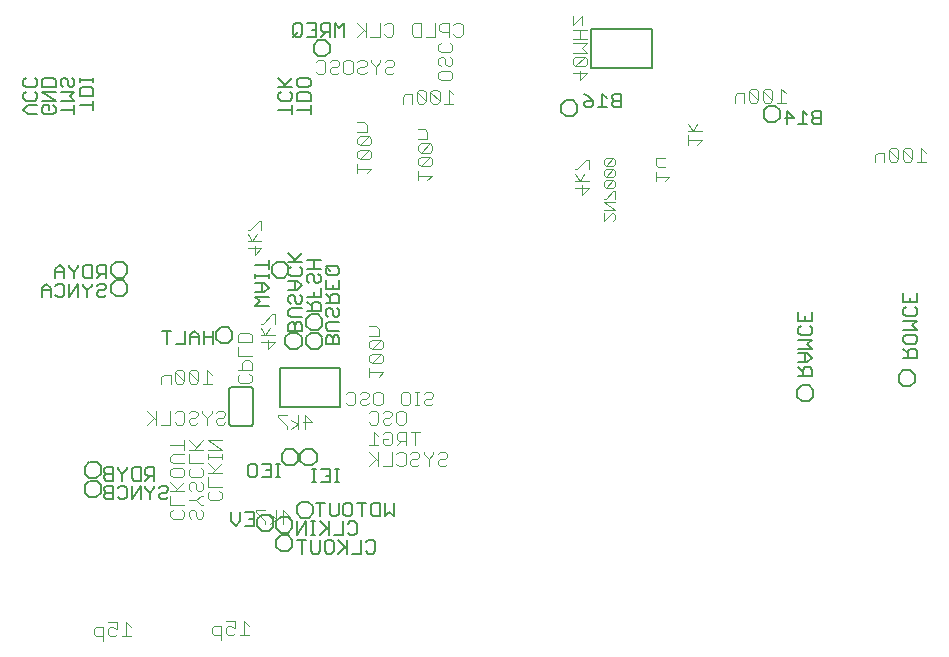
<source format=gbo>
G75*
%MOIN*%
%OFA0B0*%
%FSLAX24Y24*%
%IPPOS*%
%LPD*%
%AMOC8*
5,1,8,0,0,1.08239X$1,22.5*
%
%ADD10C,0.0040*%
%ADD11C,0.0050*%
%ADD12C,0.0060*%
%ADD13C,0.0030*%
D10*
X006915Y001859D02*
X006992Y001783D01*
X007222Y001783D01*
X007222Y001629D02*
X007222Y002089D01*
X006992Y002089D01*
X006915Y002013D01*
X006915Y001859D01*
X007375Y001859D02*
X007375Y002013D01*
X007452Y002089D01*
X007529Y002089D01*
X007682Y002013D01*
X007682Y002243D01*
X007375Y002243D01*
X007375Y001859D02*
X007452Y001783D01*
X007605Y001783D01*
X007682Y001859D01*
X007836Y001783D02*
X008143Y001783D01*
X007989Y001783D02*
X007989Y002243D01*
X008143Y002089D01*
X010846Y002050D02*
X010846Y001897D01*
X010923Y001820D01*
X011153Y001820D01*
X011153Y001667D02*
X011153Y002127D01*
X010923Y002127D01*
X010846Y002050D01*
X011306Y002050D02*
X011383Y002127D01*
X011460Y002127D01*
X011613Y002050D01*
X011613Y002280D01*
X011306Y002280D01*
X011306Y002050D02*
X011306Y001897D01*
X011383Y001820D01*
X011537Y001820D01*
X011613Y001897D01*
X011767Y001820D02*
X012074Y001820D01*
X011920Y001820D02*
X011920Y002280D01*
X012074Y002127D01*
X012611Y005533D02*
X012611Y005609D01*
X012304Y005916D01*
X012304Y005993D01*
X012611Y005993D01*
X012764Y005839D02*
X012995Y005686D01*
X012764Y005533D01*
X012995Y005533D02*
X012995Y005993D01*
X013225Y005993D02*
X013455Y005763D01*
X013148Y005763D01*
X013225Y005533D02*
X013225Y005993D01*
X011168Y006386D02*
X011091Y006309D01*
X010784Y006309D01*
X010708Y006386D01*
X010708Y006539D01*
X010784Y006616D01*
X010708Y006769D02*
X010708Y007076D01*
X010708Y007230D02*
X011168Y007230D01*
X010938Y007307D02*
X010708Y007537D01*
X010708Y007690D02*
X010708Y007844D01*
X010708Y007767D02*
X011168Y007767D01*
X011168Y007690D02*
X011168Y007844D01*
X011168Y007997D02*
X010708Y008304D01*
X011168Y008304D01*
X011168Y007997D02*
X010708Y007997D01*
X010543Y007997D02*
X010083Y007997D01*
X010236Y007997D02*
X010543Y008304D01*
X010313Y008074D02*
X010083Y008304D01*
X009918Y008304D02*
X009918Y007997D01*
X009918Y007844D02*
X009534Y007844D01*
X009458Y007767D01*
X009458Y007613D01*
X009534Y007537D01*
X009918Y007537D01*
X010083Y007537D02*
X010083Y007844D01*
X010083Y007537D02*
X010543Y007537D01*
X010466Y007383D02*
X010543Y007307D01*
X010543Y007153D01*
X010466Y007076D01*
X010159Y007076D01*
X010083Y007153D01*
X010083Y007307D01*
X010159Y007383D01*
X009918Y007307D02*
X009918Y007153D01*
X009841Y007076D01*
X009534Y007076D01*
X009458Y007153D01*
X009458Y007307D01*
X009534Y007383D01*
X009841Y007383D01*
X009918Y007307D01*
X009918Y006923D02*
X009611Y006616D01*
X009688Y006693D02*
X009458Y006923D01*
X009458Y006616D02*
X009918Y006616D01*
X010083Y006693D02*
X010083Y006846D01*
X010159Y006923D01*
X010236Y006923D01*
X010313Y006846D01*
X010313Y006693D01*
X010389Y006616D01*
X010466Y006616D01*
X010543Y006693D01*
X010543Y006846D01*
X010466Y006923D01*
X010708Y006769D02*
X011168Y006769D01*
X011091Y006616D02*
X011168Y006539D01*
X011168Y006386D01*
X010543Y006462D02*
X010466Y006462D01*
X010313Y006309D01*
X010083Y006309D01*
X009918Y006156D02*
X009458Y006156D01*
X009458Y006462D01*
X009534Y006002D02*
X009458Y005925D01*
X009458Y005772D01*
X009534Y005695D01*
X009841Y005695D01*
X009918Y005772D01*
X009918Y005925D01*
X009841Y006002D01*
X010083Y005925D02*
X010083Y005772D01*
X010159Y005695D01*
X010313Y005772D02*
X010313Y005925D01*
X010236Y006002D01*
X010159Y006002D01*
X010083Y005925D01*
X010313Y005772D02*
X010389Y005695D01*
X010466Y005695D01*
X010543Y005772D01*
X010543Y005925D01*
X010466Y006002D01*
X010466Y006156D02*
X010313Y006309D01*
X010466Y006156D02*
X010543Y006156D01*
X010159Y006616D02*
X010083Y006693D01*
X010861Y007230D02*
X011168Y007537D01*
X009918Y008151D02*
X009458Y008151D01*
X009451Y008833D02*
X009144Y008833D01*
X008991Y008833D02*
X008991Y009293D01*
X008914Y009063D02*
X008684Y008833D01*
X008991Y008986D02*
X008684Y009293D01*
X009451Y009293D02*
X009451Y008833D01*
X009604Y008909D02*
X009681Y008833D01*
X009835Y008833D01*
X009911Y008909D01*
X009911Y009216D01*
X009835Y009293D01*
X009681Y009293D01*
X009604Y009216D01*
X010065Y009216D02*
X010142Y009293D01*
X010295Y009293D01*
X010372Y009216D01*
X010372Y009139D01*
X010295Y009063D01*
X010142Y009063D01*
X010065Y008986D01*
X010065Y008909D01*
X010142Y008833D01*
X010295Y008833D01*
X010372Y008909D01*
X010679Y008833D02*
X010679Y009063D01*
X010525Y009216D01*
X010525Y009293D01*
X010679Y009063D02*
X010832Y009216D01*
X010832Y009293D01*
X010986Y009216D02*
X011062Y009293D01*
X011216Y009293D01*
X011293Y009216D01*
X011293Y009139D01*
X011216Y009063D01*
X011062Y009063D01*
X010986Y008986D01*
X010986Y008909D01*
X011062Y008833D01*
X011216Y008833D01*
X011293Y008909D01*
X013033Y009079D02*
X013340Y008772D01*
X013340Y008695D01*
X013494Y008695D02*
X013724Y008848D01*
X013494Y009002D01*
X013340Y009155D02*
X013033Y009155D01*
X013033Y009079D01*
X013724Y009155D02*
X013724Y008695D01*
X013954Y008695D02*
X013954Y009155D01*
X014184Y008925D01*
X013878Y008925D01*
X015302Y009550D02*
X015379Y009473D01*
X015533Y009473D01*
X015609Y009550D01*
X015609Y009857D01*
X015533Y009933D01*
X015379Y009933D01*
X015302Y009857D01*
X015763Y009857D02*
X015839Y009933D01*
X015993Y009933D01*
X016070Y009857D01*
X016070Y009780D01*
X015993Y009703D01*
X015839Y009703D01*
X015763Y009626D01*
X015763Y009550D01*
X015839Y009473D01*
X015993Y009473D01*
X016070Y009550D01*
X016223Y009550D02*
X016223Y009857D01*
X016300Y009933D01*
X016453Y009933D01*
X016530Y009857D01*
X016530Y009550D01*
X016453Y009473D01*
X016300Y009473D01*
X016223Y009550D01*
X016148Y009293D02*
X016301Y009293D01*
X016378Y009216D01*
X016378Y008909D01*
X016301Y008833D01*
X016148Y008833D01*
X016071Y008909D01*
X016237Y008599D02*
X016237Y008138D01*
X016390Y008138D02*
X016083Y008138D01*
X016071Y007918D02*
X016378Y007611D01*
X016301Y007688D02*
X016071Y007458D01*
X016378Y007458D02*
X016378Y007918D01*
X016621Y008138D02*
X016544Y008215D01*
X016544Y008368D01*
X016697Y008368D01*
X016851Y008215D02*
X016774Y008138D01*
X016621Y008138D01*
X016851Y008215D02*
X016851Y008522D01*
X016774Y008599D01*
X016621Y008599D01*
X016544Y008522D01*
X016390Y008445D02*
X016237Y008599D01*
X016531Y008909D02*
X016608Y008833D01*
X016762Y008833D01*
X016838Y008909D01*
X016992Y008909D02*
X016992Y009216D01*
X017068Y009293D01*
X017222Y009293D01*
X017299Y009216D01*
X017299Y008909D01*
X017222Y008833D01*
X017068Y008833D01*
X016992Y008909D01*
X016838Y009139D02*
X016762Y009063D01*
X016608Y009063D01*
X016531Y008986D01*
X016531Y008909D01*
X016838Y009139D02*
X016838Y009216D01*
X016762Y009293D01*
X016608Y009293D01*
X016531Y009216D01*
X016148Y009293D02*
X016071Y009216D01*
X017144Y009550D02*
X017144Y009857D01*
X017221Y009933D01*
X017374Y009933D01*
X017451Y009857D01*
X017451Y009550D01*
X017374Y009473D01*
X017221Y009473D01*
X017144Y009550D01*
X017604Y009473D02*
X017758Y009473D01*
X017681Y009473D02*
X017681Y009933D01*
X017758Y009933D02*
X017604Y009933D01*
X017911Y009857D02*
X017988Y009933D01*
X018141Y009933D01*
X018218Y009857D01*
X018218Y009780D01*
X018141Y009703D01*
X017988Y009703D01*
X017911Y009626D01*
X017911Y009550D01*
X017988Y009473D01*
X018141Y009473D01*
X018218Y009550D01*
X017772Y008599D02*
X017465Y008599D01*
X017618Y008599D02*
X017618Y008138D01*
X017682Y007918D02*
X017759Y007841D01*
X017759Y007764D01*
X017682Y007688D01*
X017529Y007688D01*
X017452Y007611D01*
X017452Y007534D01*
X017529Y007458D01*
X017682Y007458D01*
X017759Y007534D01*
X018066Y007458D02*
X018066Y007688D01*
X017913Y007841D01*
X017913Y007918D01*
X017682Y007918D02*
X017529Y007918D01*
X017452Y007841D01*
X017299Y007841D02*
X017299Y007534D01*
X017222Y007458D01*
X017068Y007458D01*
X016992Y007534D01*
X016838Y007458D02*
X016531Y007458D01*
X016838Y007458D02*
X016838Y007918D01*
X016992Y007841D02*
X017068Y007918D01*
X017222Y007918D01*
X017299Y007841D01*
X017311Y008138D02*
X017311Y008599D01*
X017081Y008599D01*
X017004Y008522D01*
X017004Y008368D01*
X017081Y008292D01*
X017311Y008292D01*
X017158Y008292D02*
X017004Y008138D01*
X018066Y007688D02*
X018219Y007841D01*
X018219Y007918D01*
X018373Y007841D02*
X018450Y007918D01*
X018603Y007918D01*
X018680Y007841D01*
X018680Y007764D01*
X018603Y007688D01*
X018450Y007688D01*
X018373Y007611D01*
X018373Y007534D01*
X018450Y007458D01*
X018603Y007458D01*
X018680Y007534D01*
X016402Y010420D02*
X016555Y010573D01*
X016095Y010573D01*
X016095Y010420D02*
X016095Y010727D01*
X016172Y010880D02*
X016479Y011187D01*
X016172Y011187D01*
X016095Y011111D01*
X016095Y010957D01*
X016172Y010880D01*
X016479Y010880D01*
X016555Y010957D01*
X016555Y011111D01*
X016479Y011187D01*
X016479Y011341D02*
X016172Y011341D01*
X016479Y011648D01*
X016172Y011648D01*
X016095Y011571D01*
X016095Y011418D01*
X016172Y011341D01*
X016479Y011341D02*
X016555Y011418D01*
X016555Y011571D01*
X016479Y011648D01*
X016402Y011801D02*
X016095Y011801D01*
X016402Y011801D02*
X016402Y012031D01*
X016325Y012108D01*
X016095Y012108D01*
X012930Y012202D02*
X012930Y012508D01*
X012854Y012508D01*
X012547Y012202D01*
X012470Y012202D01*
X012470Y012048D02*
X012623Y011818D01*
X012777Y012048D01*
X012930Y011818D02*
X012470Y011818D01*
X012470Y011588D02*
X012930Y011588D01*
X012700Y011358D01*
X012700Y011664D01*
X012168Y011589D02*
X012168Y011819D01*
X012091Y011896D01*
X011784Y011896D01*
X011708Y011819D01*
X011708Y011589D01*
X012168Y011589D01*
X011708Y011435D02*
X011708Y011128D01*
X012168Y011128D01*
X012091Y010975D02*
X011938Y010975D01*
X011861Y010898D01*
X011861Y010668D01*
X011708Y010668D02*
X012168Y010668D01*
X012168Y010898D01*
X012091Y010975D01*
X012091Y010514D02*
X012168Y010438D01*
X012168Y010284D01*
X012091Y010208D01*
X011784Y010208D01*
X011708Y010284D01*
X011708Y010438D01*
X011784Y010514D01*
X010847Y010502D02*
X010693Y010655D01*
X010693Y010195D01*
X010540Y010195D02*
X010847Y010195D01*
X010386Y010272D02*
X010079Y010579D01*
X010079Y010272D01*
X010156Y010195D01*
X010309Y010195D01*
X010386Y010272D01*
X010386Y010579D01*
X010309Y010655D01*
X010156Y010655D01*
X010079Y010579D01*
X009926Y010579D02*
X009849Y010655D01*
X009696Y010655D01*
X009619Y010579D01*
X009926Y010272D01*
X009849Y010195D01*
X009696Y010195D01*
X009619Y010272D01*
X009619Y010579D01*
X009465Y010502D02*
X009235Y010502D01*
X009158Y010425D01*
X009158Y010195D01*
X009465Y010195D02*
X009465Y010502D01*
X009926Y010579D02*
X009926Y010272D01*
X012263Y014483D02*
X012263Y014789D01*
X012186Y014943D02*
X012339Y015173D01*
X012493Y015327D02*
X012493Y015633D01*
X012416Y015633D01*
X012109Y015327D01*
X012033Y015327D01*
X012033Y015173D02*
X012186Y014943D01*
X012033Y014943D02*
X012493Y014943D01*
X012493Y014713D02*
X012033Y014713D01*
X012263Y014483D02*
X012493Y014713D01*
X015695Y017216D02*
X015695Y017523D01*
X015695Y017369D02*
X016155Y017369D01*
X016002Y017216D01*
X016079Y017676D02*
X015772Y017676D01*
X016079Y017983D01*
X015772Y017983D01*
X015695Y017907D01*
X015695Y017753D01*
X015772Y017676D01*
X016079Y017676D02*
X016155Y017753D01*
X016155Y017907D01*
X016079Y017983D01*
X016079Y018137D02*
X015772Y018137D01*
X016079Y018444D01*
X015772Y018444D01*
X015695Y018367D01*
X015695Y018213D01*
X015772Y018137D01*
X016079Y018137D02*
X016155Y018213D01*
X016155Y018367D01*
X016079Y018444D01*
X016002Y018597D02*
X015695Y018597D01*
X016002Y018597D02*
X016002Y018827D01*
X015925Y018904D01*
X015695Y018904D01*
X017204Y019533D02*
X017204Y019763D01*
X017281Y019839D01*
X017511Y019839D01*
X017511Y019533D01*
X017665Y019609D02*
X017742Y019533D01*
X017895Y019533D01*
X017972Y019609D01*
X017665Y019916D01*
X017665Y019609D01*
X017972Y019609D02*
X017972Y019916D01*
X017895Y019993D01*
X017742Y019993D01*
X017665Y019916D01*
X018125Y019916D02*
X018125Y019609D01*
X018202Y019533D01*
X018355Y019533D01*
X018432Y019609D01*
X018125Y019916D01*
X018202Y019993D01*
X018355Y019993D01*
X018432Y019916D01*
X018432Y019609D01*
X018586Y019533D02*
X018893Y019533D01*
X018739Y019533D02*
X018739Y019993D01*
X018893Y019839D01*
X018779Y020326D02*
X018472Y020326D01*
X018395Y020403D01*
X018395Y020557D01*
X018472Y020633D01*
X018779Y020633D01*
X018855Y020557D01*
X018855Y020403D01*
X018779Y020326D01*
X018779Y020787D02*
X018702Y020787D01*
X018625Y020863D01*
X018625Y021017D01*
X018548Y021094D01*
X018472Y021094D01*
X018395Y021017D01*
X018395Y020863D01*
X018472Y020787D01*
X018779Y020787D02*
X018855Y020863D01*
X018855Y021017D01*
X018779Y021094D01*
X018779Y021247D02*
X018472Y021247D01*
X018395Y021324D01*
X018395Y021477D01*
X018472Y021554D01*
X018276Y021770D02*
X017969Y021770D01*
X017815Y021770D02*
X017585Y021770D01*
X017508Y021847D01*
X017508Y022154D01*
X017585Y022230D01*
X017815Y022230D01*
X017815Y021770D01*
X018276Y021770D02*
X018276Y022230D01*
X018429Y022154D02*
X018429Y022000D01*
X018506Y021923D01*
X018736Y021923D01*
X018736Y021770D02*
X018736Y022230D01*
X018506Y022230D01*
X018429Y022154D01*
X018890Y022154D02*
X018966Y022230D01*
X019120Y022230D01*
X019197Y022154D01*
X019197Y021847D01*
X019120Y021770D01*
X018966Y021770D01*
X018890Y021847D01*
X018779Y021554D02*
X018855Y021477D01*
X018855Y021324D01*
X018779Y021247D01*
X016918Y020904D02*
X016918Y020827D01*
X016841Y020750D01*
X016687Y020750D01*
X016611Y020673D01*
X016611Y020597D01*
X016687Y020520D01*
X016841Y020520D01*
X016918Y020597D01*
X016918Y020904D02*
X016841Y020980D01*
X016687Y020980D01*
X016611Y020904D01*
X016457Y020904D02*
X016304Y020750D01*
X016304Y020520D01*
X016304Y020750D02*
X016150Y020904D01*
X016150Y020980D01*
X015997Y020904D02*
X015997Y020827D01*
X015920Y020750D01*
X015767Y020750D01*
X015690Y020673D01*
X015690Y020597D01*
X015767Y020520D01*
X015920Y020520D01*
X015997Y020597D01*
X015997Y020904D02*
X015920Y020980D01*
X015767Y020980D01*
X015690Y020904D01*
X015536Y020904D02*
X015536Y020597D01*
X015460Y020520D01*
X015306Y020520D01*
X015229Y020597D01*
X015229Y020904D01*
X015306Y020980D01*
X015460Y020980D01*
X015536Y020904D01*
X015076Y020904D02*
X014999Y020980D01*
X014846Y020980D01*
X014769Y020904D01*
X014616Y020904D02*
X014616Y020597D01*
X014539Y020520D01*
X014385Y020520D01*
X014309Y020597D01*
X014309Y020904D02*
X014385Y020980D01*
X014539Y020980D01*
X014616Y020904D01*
X014846Y020750D02*
X014769Y020673D01*
X014769Y020597D01*
X014846Y020520D01*
X014999Y020520D01*
X015076Y020597D01*
X014999Y020750D02*
X014846Y020750D01*
X014999Y020750D02*
X015076Y020827D01*
X015076Y020904D01*
X015667Y021770D02*
X015897Y022000D01*
X015974Y021923D02*
X015667Y022230D01*
X015974Y022230D02*
X015974Y021770D01*
X016127Y021770D02*
X016434Y021770D01*
X016434Y022230D01*
X016588Y022154D02*
X016664Y022230D01*
X016818Y022230D01*
X016895Y022154D01*
X016895Y021847D01*
X016818Y021770D01*
X016664Y021770D01*
X016588Y021847D01*
X016457Y020980D02*
X016457Y020904D01*
X017720Y018671D02*
X017950Y018671D01*
X018027Y018594D01*
X018027Y018364D01*
X017720Y018364D01*
X017797Y018210D02*
X017720Y018133D01*
X017720Y017980D01*
X017797Y017903D01*
X018104Y018210D01*
X017797Y018210D01*
X018104Y018210D02*
X018180Y018133D01*
X018180Y017980D01*
X018104Y017903D01*
X017797Y017903D01*
X017797Y017750D02*
X017720Y017673D01*
X017720Y017520D01*
X017797Y017443D01*
X018104Y017750D01*
X017797Y017750D01*
X018104Y017750D02*
X018180Y017673D01*
X018180Y017520D01*
X018104Y017443D01*
X017797Y017443D01*
X017720Y017289D02*
X017720Y016983D01*
X017720Y017136D02*
X018180Y017136D01*
X018027Y016983D01*
X022945Y016963D02*
X023405Y016963D01*
X023405Y016733D02*
X023175Y016503D01*
X023175Y016810D01*
X023098Y016963D02*
X023252Y017194D01*
X023405Y017347D02*
X023405Y017654D01*
X023329Y017654D01*
X023022Y017347D01*
X022945Y017347D01*
X022945Y017194D02*
X023098Y016963D01*
X022945Y016733D02*
X023405Y016733D01*
X025633Y016949D02*
X025633Y017256D01*
X025633Y017103D02*
X026093Y017103D01*
X025939Y016949D01*
X025939Y017410D02*
X025709Y017410D01*
X025633Y017486D01*
X025633Y017717D01*
X025939Y017717D01*
X026720Y018170D02*
X026720Y018477D01*
X026720Y018630D02*
X027180Y018630D01*
X027027Y018861D02*
X026873Y018630D01*
X026720Y018861D01*
X026720Y018323D02*
X027180Y018323D01*
X027027Y018170D01*
X028283Y019570D02*
X028283Y019800D01*
X028360Y019877D01*
X028590Y019877D01*
X028590Y019570D01*
X028744Y019647D02*
X028821Y019570D01*
X028974Y019570D01*
X029051Y019647D01*
X028744Y019954D01*
X028744Y019647D01*
X028744Y019954D02*
X028821Y020030D01*
X028974Y020030D01*
X029051Y019954D01*
X029051Y019647D01*
X029204Y019647D02*
X029281Y019570D01*
X029434Y019570D01*
X029511Y019647D01*
X029204Y019954D01*
X029204Y019647D01*
X029204Y019954D02*
X029281Y020030D01*
X029434Y020030D01*
X029511Y019954D01*
X029511Y019647D01*
X029665Y019570D02*
X029972Y019570D01*
X029818Y019570D02*
X029818Y020030D01*
X029972Y019877D01*
X032954Y017825D02*
X033031Y017902D01*
X033261Y017902D01*
X033261Y017595D01*
X033415Y017672D02*
X033492Y017595D01*
X033645Y017595D01*
X033722Y017672D01*
X033415Y017979D01*
X033415Y017672D01*
X033415Y017979D02*
X033492Y018055D01*
X033645Y018055D01*
X033722Y017979D01*
X033722Y017672D01*
X033875Y017672D02*
X033952Y017595D01*
X034105Y017595D01*
X034182Y017672D01*
X033875Y017979D01*
X033875Y017672D01*
X033875Y017979D02*
X033952Y018055D01*
X034105Y018055D01*
X034182Y017979D01*
X034182Y017672D01*
X034336Y017595D02*
X034643Y017595D01*
X034489Y017595D02*
X034489Y018055D01*
X034643Y017902D01*
X032954Y017825D02*
X032954Y017595D01*
X023340Y020544D02*
X023110Y020314D01*
X023110Y020621D01*
X023263Y020774D02*
X022956Y020774D01*
X023263Y021081D01*
X022956Y021081D01*
X022880Y021004D01*
X022880Y020851D01*
X022956Y020774D01*
X022880Y020544D02*
X023340Y020544D01*
X023263Y020774D02*
X023340Y020851D01*
X023340Y021004D01*
X023263Y021081D01*
X023340Y021235D02*
X022880Y021235D01*
X022880Y021542D02*
X023340Y021542D01*
X023186Y021388D01*
X023340Y021235D01*
X023340Y021695D02*
X022880Y021695D01*
X023110Y021695D02*
X023110Y022002D01*
X023186Y022155D02*
X023186Y022462D01*
X022880Y022155D01*
X022880Y022462D01*
X022880Y022002D02*
X023340Y022002D01*
D11*
X023496Y022025D02*
X023496Y020706D01*
X025524Y020706D01*
X025524Y022025D01*
X023496Y022025D01*
X023243Y019855D02*
X023393Y019780D01*
X023543Y019630D01*
X023318Y019630D01*
X023243Y019555D01*
X023243Y019480D01*
X023318Y019405D01*
X023468Y019405D01*
X023543Y019480D01*
X023543Y019630D01*
X023703Y019405D02*
X024003Y019405D01*
X023853Y019405D02*
X023853Y019855D01*
X024003Y019705D01*
X024163Y019705D02*
X024163Y019780D01*
X024238Y019855D01*
X024464Y019855D01*
X024464Y019405D01*
X024238Y019405D01*
X024163Y019480D01*
X024163Y019555D01*
X024238Y019630D01*
X024464Y019630D01*
X024238Y019630D02*
X024163Y019705D01*
X029930Y019068D02*
X030230Y019068D01*
X030005Y019293D01*
X030005Y018843D01*
X030391Y018843D02*
X030691Y018843D01*
X030541Y018843D02*
X030541Y019293D01*
X030691Y019143D01*
X030851Y019143D02*
X030926Y019068D01*
X031151Y019068D01*
X031151Y018843D02*
X031151Y019293D01*
X030926Y019293D01*
X030851Y019218D01*
X030851Y019143D01*
X030926Y019068D02*
X030851Y018993D01*
X030851Y018918D01*
X030926Y018843D01*
X031151Y018843D01*
X033895Y013212D02*
X033895Y012912D01*
X034345Y012912D01*
X034345Y013212D01*
X034120Y013062D02*
X034120Y012912D01*
X033970Y012751D02*
X033895Y012676D01*
X033895Y012526D01*
X033970Y012451D01*
X034270Y012451D01*
X034345Y012526D01*
X034345Y012676D01*
X034270Y012751D01*
X034345Y012291D02*
X033895Y012291D01*
X033895Y011991D02*
X034345Y011991D01*
X034195Y012141D01*
X034345Y012291D01*
X034270Y011831D02*
X033970Y011831D01*
X033895Y011756D01*
X033895Y011605D01*
X033970Y011530D01*
X034270Y011530D01*
X034345Y011605D01*
X034345Y011756D01*
X034270Y011831D01*
X034270Y011370D02*
X034120Y011370D01*
X034045Y011295D01*
X034045Y011070D01*
X033895Y011070D02*
X034345Y011070D01*
X034345Y011295D01*
X034270Y011370D01*
X034045Y011220D02*
X033895Y011370D01*
X030845Y011366D02*
X030695Y011516D01*
X030845Y011666D01*
X030395Y011666D01*
X030470Y011826D02*
X030395Y011901D01*
X030395Y012051D01*
X030470Y012126D01*
X030395Y012287D02*
X030395Y012587D01*
X030620Y012437D02*
X030620Y012287D01*
X030770Y012126D02*
X030845Y012051D01*
X030845Y011901D01*
X030770Y011826D01*
X030470Y011826D01*
X030395Y011366D02*
X030845Y011366D01*
X030695Y011206D02*
X030395Y011206D01*
X030620Y011206D02*
X030620Y010905D01*
X030695Y010905D02*
X030845Y011056D01*
X030695Y011206D01*
X030695Y010905D02*
X030395Y010905D01*
X030395Y010745D02*
X030545Y010595D01*
X030545Y010670D02*
X030545Y010445D01*
X030395Y010445D02*
X030845Y010445D01*
X030845Y010670D01*
X030770Y010745D01*
X030620Y010745D01*
X030545Y010670D01*
X030395Y012287D02*
X030845Y012287D01*
X030845Y012587D01*
X016907Y006230D02*
X016907Y005780D01*
X016757Y005930D01*
X016607Y005780D01*
X016607Y006230D01*
X016447Y006230D02*
X016222Y006230D01*
X016147Y006155D01*
X016147Y005855D01*
X016222Y005780D01*
X016447Y005780D01*
X016447Y006230D01*
X015987Y006230D02*
X015686Y006230D01*
X015836Y006230D02*
X015836Y005780D01*
X015593Y005605D02*
X015443Y005605D01*
X015368Y005530D01*
X015208Y005605D02*
X015208Y005155D01*
X014908Y005155D01*
X014748Y005155D02*
X014748Y005605D01*
X014841Y005780D02*
X014766Y005855D01*
X014766Y006230D01*
X014605Y006230D02*
X014305Y006230D01*
X014455Y006230D02*
X014455Y005780D01*
X014447Y005605D02*
X014748Y005305D01*
X014673Y005380D02*
X014447Y005155D01*
X014287Y005155D02*
X014137Y005155D01*
X014212Y005155D02*
X014212Y005605D01*
X014287Y005605D02*
X014137Y005605D01*
X013980Y005605D02*
X013680Y005155D01*
X013680Y005605D01*
X013980Y005605D02*
X013980Y005155D01*
X013980Y004980D02*
X013680Y004980D01*
X013830Y004980D02*
X013830Y004530D01*
X014141Y004605D02*
X014141Y004980D01*
X014441Y004980D02*
X014441Y004605D01*
X014366Y004530D01*
X014216Y004530D01*
X014141Y004605D01*
X014601Y004605D02*
X014601Y004905D01*
X014676Y004980D01*
X014826Y004980D01*
X014901Y004905D01*
X014901Y004605D01*
X014826Y004530D01*
X014676Y004530D01*
X014601Y004605D01*
X015061Y004530D02*
X015287Y004755D01*
X015362Y004680D02*
X015061Y004980D01*
X015362Y004980D02*
X015362Y004530D01*
X015522Y004530D02*
X015822Y004530D01*
X015822Y004980D01*
X015982Y004905D02*
X016057Y004980D01*
X016207Y004980D01*
X016282Y004905D01*
X016282Y004605D01*
X016207Y004530D01*
X016057Y004530D01*
X015982Y004605D01*
X015593Y005155D02*
X015443Y005155D01*
X015368Y005230D01*
X015593Y005155D02*
X015669Y005230D01*
X015669Y005530D01*
X015593Y005605D01*
X015451Y005780D02*
X015301Y005780D01*
X015226Y005855D01*
X015226Y006155D01*
X015301Y006230D01*
X015451Y006230D01*
X015526Y006155D01*
X015526Y005855D01*
X015451Y005780D01*
X015066Y005855D02*
X014991Y005780D01*
X014841Y005780D01*
X015066Y005855D02*
X015066Y006230D01*
X015094Y006905D02*
X014944Y006905D01*
X015019Y006905D02*
X015019Y007355D01*
X015094Y007355D02*
X014944Y007355D01*
X014787Y007355D02*
X014787Y006905D01*
X014487Y006905D01*
X014327Y006905D02*
X014177Y006905D01*
X014252Y006905D02*
X014252Y007355D01*
X014327Y007355D02*
X014177Y007355D01*
X014487Y007355D02*
X014787Y007355D01*
X014787Y007130D02*
X014637Y007130D01*
X013118Y007083D02*
X012967Y007083D01*
X013042Y007083D02*
X013042Y007533D01*
X012967Y007533D02*
X013118Y007533D01*
X012811Y007533D02*
X012811Y007083D01*
X012510Y007083D01*
X012350Y007158D02*
X012275Y007083D01*
X012125Y007083D01*
X012050Y007158D01*
X012050Y007458D01*
X012125Y007533D01*
X012275Y007533D01*
X012350Y007458D01*
X012350Y007158D01*
X012660Y007308D02*
X012811Y007308D01*
X012811Y007533D02*
X012510Y007533D01*
X012243Y005908D02*
X012243Y005458D01*
X011942Y005458D01*
X011782Y005608D02*
X011632Y005458D01*
X011482Y005608D01*
X011482Y005908D01*
X011782Y005908D02*
X011782Y005608D01*
X012092Y005683D02*
X012243Y005683D01*
X012243Y005908D02*
X011942Y005908D01*
X009384Y006418D02*
X009309Y006343D01*
X009159Y006343D01*
X009084Y006418D01*
X009084Y006493D01*
X009159Y006568D01*
X009309Y006568D01*
X009384Y006643D01*
X009384Y006718D01*
X009309Y006793D01*
X009159Y006793D01*
X009084Y006718D01*
X008924Y006718D02*
X008774Y006568D01*
X008774Y006343D01*
X008774Y006568D02*
X008624Y006718D01*
X008624Y006793D01*
X008464Y006793D02*
X008163Y006343D01*
X008163Y006793D01*
X008003Y006718D02*
X008003Y006418D01*
X007928Y006343D01*
X007778Y006343D01*
X007703Y006418D01*
X007543Y006343D02*
X007318Y006343D01*
X007243Y006418D01*
X007243Y006493D01*
X007318Y006568D01*
X007543Y006568D01*
X007703Y006718D02*
X007778Y006793D01*
X007928Y006793D01*
X008003Y006718D01*
X007853Y006968D02*
X007853Y007193D01*
X007703Y007343D01*
X007703Y007418D01*
X007543Y007418D02*
X007318Y007418D01*
X007243Y007343D01*
X007243Y007268D01*
X007318Y007193D01*
X007543Y007193D01*
X007543Y006968D02*
X007543Y007418D01*
X007318Y007193D02*
X007243Y007118D01*
X007243Y007043D01*
X007318Y006968D01*
X007543Y006968D01*
X007543Y006793D02*
X007318Y006793D01*
X007243Y006718D01*
X007243Y006643D01*
X007318Y006568D01*
X007543Y006343D02*
X007543Y006793D01*
X008163Y007043D02*
X008163Y007343D01*
X008238Y007418D01*
X008464Y007418D01*
X008464Y006968D01*
X008238Y006968D01*
X008163Y007043D01*
X008003Y007343D02*
X007853Y007193D01*
X008003Y007343D02*
X008003Y007418D01*
X008624Y007343D02*
X008624Y007193D01*
X008699Y007118D01*
X008924Y007118D01*
X008774Y007118D02*
X008624Y006968D01*
X008464Y006793D02*
X008464Y006343D01*
X008924Y006718D02*
X008924Y006793D01*
X008924Y006968D02*
X008924Y007418D01*
X008699Y007418D01*
X008624Y007343D01*
X013101Y009413D02*
X015129Y009413D01*
X015129Y010732D01*
X013101Y010732D01*
X013101Y009413D01*
X014645Y011508D02*
X014645Y011733D01*
X014720Y011808D01*
X014795Y011808D01*
X014870Y011733D01*
X014870Y011508D01*
X014870Y011733D02*
X014945Y011808D01*
X015020Y011808D01*
X015095Y011733D01*
X015095Y011508D01*
X014645Y011508D01*
X014720Y011968D02*
X014645Y012043D01*
X014645Y012193D01*
X014720Y012268D01*
X015095Y012268D01*
X015020Y012428D02*
X014945Y012428D01*
X014870Y012503D01*
X014870Y012653D01*
X014795Y012729D01*
X014720Y012729D01*
X014645Y012653D01*
X014645Y012503D01*
X014720Y012428D01*
X015020Y012428D02*
X015095Y012503D01*
X015095Y012653D01*
X015020Y012729D01*
X015095Y012889D02*
X015095Y013114D01*
X015020Y013189D01*
X014870Y013189D01*
X014795Y013114D01*
X014795Y012889D01*
X014795Y013039D02*
X014645Y013189D01*
X014645Y013349D02*
X014645Y013649D01*
X014470Y013628D02*
X014395Y013553D01*
X014320Y013553D01*
X014245Y013628D01*
X014245Y013778D01*
X014170Y013854D01*
X014095Y013854D01*
X014020Y013778D01*
X014020Y013628D01*
X014095Y013553D01*
X013845Y013476D02*
X013695Y013626D01*
X013395Y013626D01*
X013470Y013787D02*
X013395Y013862D01*
X013395Y014012D01*
X013470Y014087D01*
X013395Y014247D02*
X013845Y014247D01*
X013770Y014087D02*
X013845Y014012D01*
X013845Y013862D01*
X013770Y013787D01*
X013470Y013787D01*
X013620Y013626D02*
X013620Y013326D01*
X013695Y013326D02*
X013845Y013476D01*
X013695Y013326D02*
X013395Y013326D01*
X013470Y013166D02*
X013395Y013091D01*
X013395Y012941D01*
X013470Y012866D01*
X013470Y012706D02*
X013845Y012706D01*
X013770Y012866D02*
X013695Y012866D01*
X013620Y012941D01*
X013620Y013091D01*
X013545Y013166D01*
X013470Y013166D01*
X013770Y013166D02*
X013845Y013091D01*
X013845Y012941D01*
X013770Y012866D01*
X014020Y012933D02*
X014170Y012783D01*
X014170Y012858D02*
X014170Y012633D01*
X014020Y012633D02*
X014470Y012633D01*
X014470Y012858D01*
X014395Y012933D01*
X014245Y012933D01*
X014170Y012858D01*
X014245Y013093D02*
X014245Y013243D01*
X014020Y013093D02*
X014470Y013093D01*
X014470Y013393D01*
X014645Y013349D02*
X015095Y013349D01*
X015095Y013649D01*
X015020Y013809D02*
X015095Y013885D01*
X015095Y014035D01*
X015020Y014110D01*
X014720Y014110D01*
X014645Y014035D01*
X014645Y013885D01*
X014720Y013809D01*
X015020Y013809D01*
X014795Y013960D02*
X014645Y014110D01*
X014470Y014014D02*
X014020Y014014D01*
X014245Y014014D02*
X014245Y014314D01*
X014470Y014314D02*
X014020Y014314D01*
X013845Y014547D02*
X013545Y014247D01*
X013620Y014322D02*
X013395Y014547D01*
X012730Y014320D02*
X012730Y014020D01*
X012730Y014170D02*
X012280Y014170D01*
X012280Y013863D02*
X012280Y013713D01*
X012280Y013788D02*
X012730Y013788D01*
X012730Y013713D02*
X012730Y013863D01*
X012580Y013553D02*
X012280Y013553D01*
X012505Y013553D02*
X012505Y013252D01*
X012580Y013252D02*
X012730Y013402D01*
X012580Y013553D01*
X012580Y013252D02*
X012280Y013252D01*
X012280Y013092D02*
X012730Y013092D01*
X012730Y012792D02*
X012280Y012792D01*
X012430Y012942D01*
X012280Y013092D01*
X013395Y012631D02*
X013470Y012706D01*
X013395Y012631D02*
X013395Y012480D01*
X013470Y012405D01*
X013845Y012405D01*
X013770Y012245D02*
X013695Y012245D01*
X013620Y012170D01*
X013620Y011945D01*
X013395Y011945D02*
X013395Y012170D01*
X013470Y012245D01*
X013545Y012245D01*
X013620Y012170D01*
X013770Y012245D02*
X013845Y012170D01*
X013845Y011945D01*
X013395Y011945D01*
X014720Y011968D02*
X015095Y011968D01*
X015095Y012889D02*
X014645Y012889D01*
X014870Y013349D02*
X014870Y013499D01*
X014470Y013628D02*
X014470Y013778D01*
X014395Y013854D01*
X010868Y011970D02*
X010868Y011520D01*
X010868Y011745D02*
X010567Y011745D01*
X010407Y011745D02*
X010107Y011745D01*
X010107Y011820D02*
X010107Y011520D01*
X009947Y011520D02*
X009947Y011970D01*
X010107Y011820D02*
X010257Y011970D01*
X010407Y011820D01*
X010407Y011520D01*
X010567Y011520D02*
X010567Y011970D01*
X009947Y011520D02*
X009646Y011520D01*
X009336Y011520D02*
X009336Y011970D01*
X009486Y011970D02*
X009186Y011970D01*
X007305Y013158D02*
X007230Y013083D01*
X007080Y013083D01*
X007005Y013158D01*
X007005Y013233D01*
X007080Y013308D01*
X007230Y013308D01*
X007305Y013383D01*
X007305Y013458D01*
X007230Y013533D01*
X007080Y013533D01*
X007005Y013458D01*
X006845Y013458D02*
X006694Y013308D01*
X006694Y013083D01*
X006694Y013308D02*
X006544Y013458D01*
X006544Y013533D01*
X006384Y013533D02*
X006084Y013083D01*
X006084Y013533D01*
X005924Y013458D02*
X005924Y013158D01*
X005849Y013083D01*
X005699Y013083D01*
X005624Y013158D01*
X005463Y013083D02*
X005463Y013383D01*
X005313Y013533D01*
X005163Y013383D01*
X005163Y013083D01*
X005163Y013308D02*
X005463Y013308D01*
X005624Y013458D02*
X005699Y013533D01*
X005849Y013533D01*
X005924Y013458D01*
X005924Y013708D02*
X005924Y014008D01*
X005774Y014158D01*
X005624Y014008D01*
X005624Y013708D01*
X005624Y013933D02*
X005924Y013933D01*
X006084Y014083D02*
X006084Y014158D01*
X006084Y014083D02*
X006234Y013933D01*
X006234Y013708D01*
X006234Y013933D02*
X006384Y014083D01*
X006384Y014158D01*
X006544Y014083D02*
X006619Y014158D01*
X006845Y014158D01*
X006845Y013708D01*
X006619Y013708D01*
X006544Y013783D01*
X006544Y014083D01*
X007005Y014083D02*
X007005Y013933D01*
X007080Y013858D01*
X007305Y013858D01*
X007155Y013858D02*
X007005Y013708D01*
X006845Y013533D02*
X006845Y013458D01*
X006384Y013533D02*
X006384Y013083D01*
X007305Y013708D02*
X007305Y014158D01*
X007080Y014158D01*
X007005Y014083D01*
X006258Y019174D02*
X006258Y019474D01*
X006258Y019324D02*
X005808Y019324D01*
X005633Y019399D02*
X005633Y019249D01*
X005558Y019174D01*
X005258Y019174D01*
X005183Y019249D01*
X005183Y019399D01*
X005258Y019474D01*
X005408Y019474D01*
X005408Y019324D01*
X005558Y019474D02*
X005633Y019399D01*
X005633Y019634D02*
X005183Y019934D01*
X005633Y019934D01*
X005633Y020095D02*
X005633Y020320D01*
X005558Y020395D01*
X005258Y020395D01*
X005183Y020320D01*
X005183Y020095D01*
X005633Y020095D01*
X005808Y020170D02*
X005883Y020095D01*
X005808Y020170D02*
X005808Y020320D01*
X005883Y020395D01*
X005958Y020395D01*
X006033Y020320D01*
X006033Y020170D01*
X006108Y020095D01*
X006183Y020095D01*
X006258Y020170D01*
X006258Y020320D01*
X006183Y020395D01*
X006433Y020398D02*
X006433Y020248D01*
X006433Y020323D02*
X006883Y020323D01*
X006883Y020248D02*
X006883Y020398D01*
X006808Y020088D02*
X006508Y020088D01*
X006433Y020013D01*
X006433Y019788D01*
X006883Y019788D01*
X006883Y020013D01*
X006808Y020088D01*
X006883Y019628D02*
X006883Y019327D01*
X006883Y019477D02*
X006433Y019477D01*
X006258Y019634D02*
X006108Y019784D01*
X006258Y019934D01*
X005808Y019934D01*
X005808Y019634D02*
X006258Y019634D01*
X005633Y019634D02*
X005183Y019634D01*
X005008Y019709D02*
X004933Y019634D01*
X004633Y019634D01*
X004558Y019709D01*
X004558Y019859D01*
X004633Y019934D01*
X004633Y020095D02*
X004558Y020170D01*
X004558Y020320D01*
X004633Y020395D01*
X004933Y020395D02*
X005008Y020320D01*
X005008Y020170D01*
X004933Y020095D01*
X004633Y020095D01*
X004933Y019934D02*
X005008Y019859D01*
X005008Y019709D01*
X005008Y019474D02*
X004708Y019474D01*
X004558Y019324D01*
X004708Y019174D01*
X005008Y019174D01*
X013058Y019324D02*
X013508Y019324D01*
X013508Y019174D02*
X013508Y019474D01*
X013433Y019634D02*
X013133Y019634D01*
X013058Y019709D01*
X013058Y019859D01*
X013133Y019934D01*
X013208Y020095D02*
X013508Y020395D01*
X013683Y020320D02*
X013758Y020395D01*
X014058Y020395D01*
X014133Y020320D01*
X014133Y020170D01*
X014058Y020095D01*
X013758Y020095D01*
X013683Y020170D01*
X013683Y020320D01*
X013508Y020095D02*
X013058Y020095D01*
X013283Y020170D02*
X013058Y020395D01*
X013433Y019934D02*
X013508Y019859D01*
X013508Y019709D01*
X013433Y019634D01*
X013683Y019634D02*
X013683Y019859D01*
X013758Y019934D01*
X014058Y019934D01*
X014133Y019859D01*
X014133Y019634D01*
X013683Y019634D01*
X013683Y019324D02*
X014133Y019324D01*
X014133Y019174D02*
X014133Y019474D01*
X014021Y021770D02*
X014322Y021770D01*
X014322Y022220D01*
X014021Y022220D01*
X013861Y022145D02*
X013786Y022220D01*
X013636Y022220D01*
X013561Y022145D01*
X013561Y021845D01*
X013636Y021770D01*
X013786Y021770D01*
X013861Y021845D01*
X013861Y022145D01*
X013711Y021920D02*
X013561Y021770D01*
X014172Y021995D02*
X014322Y021995D01*
X014482Y021995D02*
X014482Y022145D01*
X014557Y022220D01*
X014782Y022220D01*
X014782Y021770D01*
X014782Y021920D02*
X014557Y021920D01*
X014482Y021995D01*
X014632Y021920D02*
X014482Y021770D01*
X014942Y021770D02*
X014942Y022220D01*
X015092Y022070D01*
X015243Y022220D01*
X015243Y021770D01*
D12*
X014770Y021494D02*
X014619Y021645D01*
X014381Y021645D01*
X014230Y021494D01*
X014230Y021256D01*
X014381Y021105D01*
X014629Y021105D01*
X014770Y021246D01*
X014770Y021484D01*
X022480Y019494D02*
X022480Y019256D01*
X022631Y019105D01*
X022879Y019105D01*
X023020Y019246D01*
X023020Y019484D01*
X023020Y019494D02*
X022869Y019645D01*
X022631Y019645D01*
X022480Y019494D01*
X029230Y019306D02*
X029230Y019069D01*
X029381Y018918D01*
X029629Y018918D01*
X029770Y019059D01*
X029770Y019296D01*
X029770Y019306D02*
X029619Y019458D01*
X029381Y019458D01*
X029230Y019306D01*
X033881Y010645D02*
X033730Y010494D01*
X033730Y010256D01*
X033881Y010105D01*
X034129Y010105D01*
X034270Y010246D01*
X034270Y010484D01*
X034270Y010494D02*
X034119Y010645D01*
X033881Y010645D01*
X030895Y009994D02*
X030744Y010145D01*
X030506Y010145D01*
X030355Y009994D01*
X030355Y009756D01*
X030506Y009605D01*
X030754Y009605D01*
X030895Y009746D01*
X030895Y009984D01*
X014520Y011496D02*
X014379Y011355D01*
X014131Y011355D01*
X013980Y011506D01*
X013980Y011744D01*
X014131Y011895D01*
X014369Y011895D01*
X014520Y011744D01*
X014520Y011734D02*
X014520Y011496D01*
X014379Y011980D02*
X014131Y011980D01*
X013980Y012131D01*
X013980Y012369D01*
X014131Y012520D01*
X014369Y012520D01*
X014520Y012369D01*
X014520Y012359D02*
X014520Y012121D01*
X014379Y011980D01*
X013833Y011744D02*
X013681Y011895D01*
X013444Y011895D01*
X013293Y011744D01*
X013293Y011506D01*
X013444Y011355D01*
X013691Y011355D01*
X013833Y011496D01*
X013833Y011734D01*
X011520Y011684D02*
X011379Y011543D01*
X011131Y011543D01*
X010980Y011694D01*
X010980Y011931D01*
X011131Y012083D01*
X011369Y012083D01*
X011520Y011931D01*
X011520Y011921D02*
X011520Y011684D01*
X011513Y010088D02*
X012113Y010088D01*
X012130Y010086D01*
X012147Y010082D01*
X012163Y010075D01*
X012177Y010065D01*
X012190Y010052D01*
X012200Y010038D01*
X012207Y010022D01*
X012211Y010005D01*
X012213Y009988D01*
X012213Y008888D01*
X012211Y008871D01*
X012207Y008854D01*
X012200Y008838D01*
X012190Y008824D01*
X012177Y008811D01*
X012163Y008801D01*
X012147Y008794D01*
X012130Y008790D01*
X012113Y008788D01*
X011513Y008788D01*
X011496Y008790D01*
X011479Y008794D01*
X011463Y008801D01*
X011449Y008811D01*
X011436Y008824D01*
X011426Y008838D01*
X011419Y008854D01*
X011415Y008871D01*
X011413Y008888D01*
X011413Y009988D01*
X011415Y010005D01*
X011419Y010022D01*
X011426Y010038D01*
X011436Y010052D01*
X011449Y010065D01*
X011463Y010075D01*
X011479Y010082D01*
X011496Y010086D01*
X011513Y010088D01*
X013319Y008020D02*
X013168Y007869D01*
X013168Y007631D01*
X013319Y007480D01*
X013566Y007480D01*
X013708Y007621D01*
X013708Y007859D01*
X013708Y007869D02*
X013556Y008020D01*
X013319Y008020D01*
X013793Y007869D02*
X013793Y007631D01*
X013944Y007480D01*
X014191Y007480D01*
X014333Y007621D01*
X014333Y007859D01*
X014333Y007869D02*
X014181Y008020D01*
X013944Y008020D01*
X013793Y007869D01*
X013819Y006270D02*
X013668Y006119D01*
X013668Y005881D01*
X013819Y005730D01*
X014066Y005730D01*
X014208Y005871D01*
X014208Y006109D01*
X014208Y006119D02*
X014056Y006270D01*
X013819Y006270D01*
X013369Y005770D02*
X013131Y005770D01*
X012980Y005619D01*
X012980Y005381D01*
X013131Y005230D01*
X013379Y005230D01*
X013520Y005371D01*
X013520Y005609D01*
X013520Y005619D02*
X013369Y005770D01*
X012895Y005681D02*
X012744Y005833D01*
X012506Y005833D01*
X012355Y005681D01*
X012355Y005444D01*
X012506Y005293D01*
X012754Y005293D01*
X012895Y005434D01*
X012895Y005671D01*
X013131Y005145D02*
X012980Y004994D01*
X012980Y004756D01*
X013131Y004605D01*
X013379Y004605D01*
X013520Y004746D01*
X013520Y004984D01*
X013520Y004994D02*
X013369Y005145D01*
X013131Y005145D01*
X007145Y006569D02*
X007145Y006816D01*
X007004Y006958D01*
X006766Y006958D01*
X006756Y006958D02*
X006605Y006806D01*
X006605Y006569D01*
X006756Y006418D01*
X006994Y006418D01*
X007145Y006569D01*
X006994Y007043D02*
X007145Y007194D01*
X007145Y007441D01*
X007004Y007583D01*
X006766Y007583D01*
X006756Y007583D02*
X006605Y007431D01*
X006605Y007194D01*
X006756Y007043D01*
X006994Y007043D01*
X007631Y013105D02*
X007879Y013105D01*
X008020Y013246D01*
X008020Y013484D01*
X008020Y013494D02*
X007869Y013645D01*
X007631Y013645D01*
X007480Y013494D01*
X007480Y013256D01*
X007631Y013105D01*
X007631Y013730D02*
X007879Y013730D01*
X008020Y013871D01*
X008020Y014109D01*
X008020Y014119D02*
X007869Y014270D01*
X007631Y014270D01*
X007480Y014119D01*
X007480Y013881D01*
X007631Y013730D01*
X012855Y013881D02*
X013006Y013730D01*
X013254Y013730D01*
X013395Y013871D01*
X013395Y014109D01*
X013395Y014119D02*
X013244Y014270D01*
X013006Y014270D01*
X012855Y014119D01*
X012855Y013881D01*
D13*
X023918Y015625D02*
X024165Y015871D01*
X024227Y015871D01*
X024288Y015810D01*
X024288Y015686D01*
X024227Y015625D01*
X023918Y015625D02*
X023918Y015871D01*
X023918Y015993D02*
X024288Y015993D01*
X023918Y016240D01*
X024288Y016240D01*
X024288Y016361D02*
X024288Y016608D01*
X024227Y016608D01*
X023980Y016361D01*
X023918Y016361D01*
X023980Y016729D02*
X024227Y016976D01*
X023980Y016976D01*
X023918Y016915D01*
X023918Y016791D01*
X023980Y016729D01*
X024227Y016729D01*
X024288Y016791D01*
X024288Y016915D01*
X024227Y016976D01*
X024227Y017098D02*
X024288Y017159D01*
X024288Y017283D01*
X024227Y017345D01*
X023980Y017098D01*
X023918Y017159D01*
X023918Y017283D01*
X023980Y017345D01*
X024227Y017345D01*
X024227Y017466D02*
X023980Y017466D01*
X024227Y017713D01*
X023980Y017713D01*
X023918Y017651D01*
X023918Y017528D01*
X023980Y017466D01*
X024227Y017466D02*
X024288Y017528D01*
X024288Y017651D01*
X024227Y017713D01*
X024227Y017098D02*
X023980Y017098D01*
M02*

</source>
